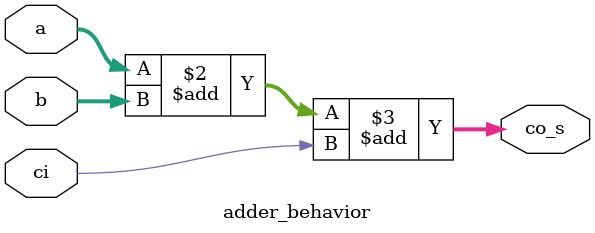
<source format=v>
module adder_behavior (co_s,   a, b, ci);
    parameter width = 32;
    output reg[width:0] co_s;
    
    input wire[width-1:0] a, b;
    input wire ci;

    always @ (*) begin
        co_s = a + b + ci;
    end
endmodule
</source>
